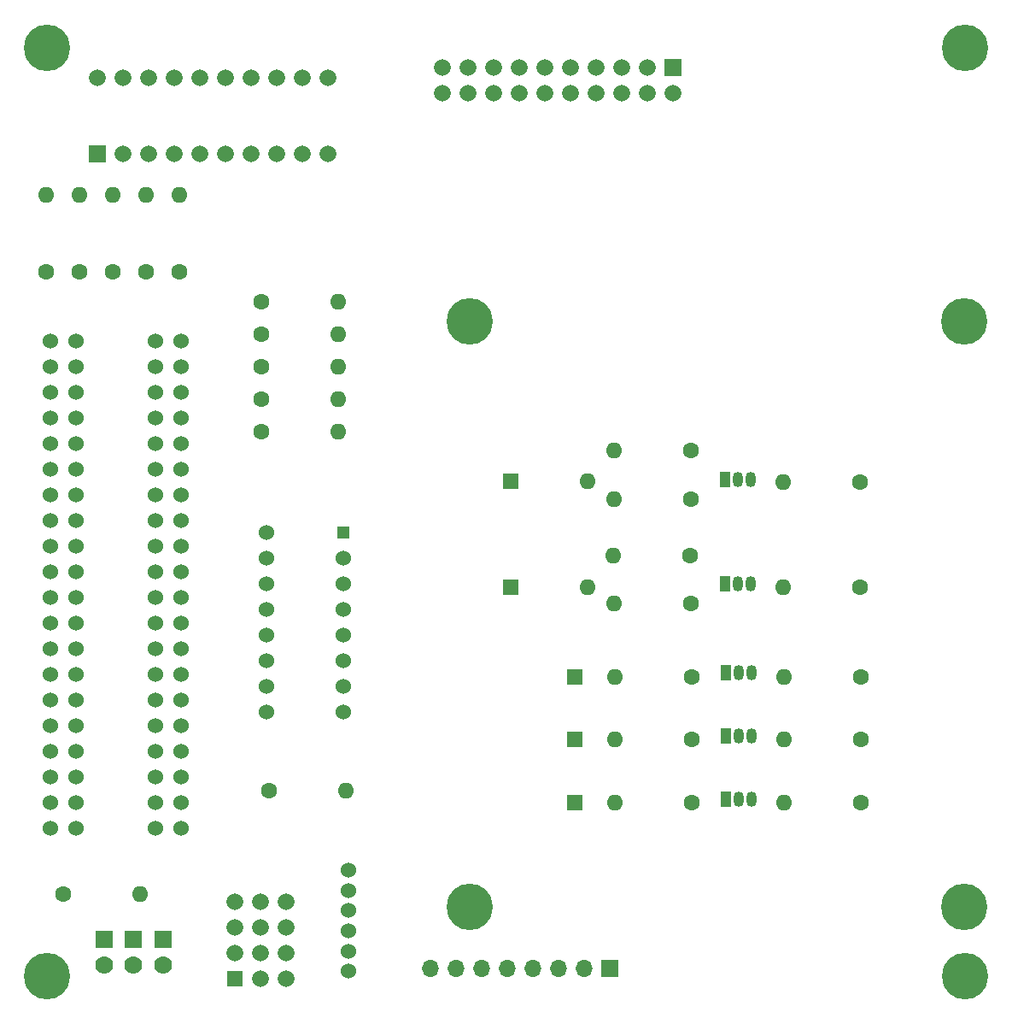
<source format=gts>
G04 #@! TF.GenerationSoftware,KiCad,Pcbnew,(5.1.10-1-10_14)*
G04 #@! TF.CreationDate,2023-03-19T13:08:02-07:00*
G04 #@! TF.ProjectId,Control_Boards,436f6e74-726f-46c5-9f42-6f617264732e,rev?*
G04 #@! TF.SameCoordinates,Original*
G04 #@! TF.FileFunction,Soldermask,Top*
G04 #@! TF.FilePolarity,Negative*
%FSLAX46Y46*%
G04 Gerber Fmt 4.6, Leading zero omitted, Abs format (unit mm)*
G04 Created by KiCad (PCBNEW (5.1.10-1-10_14)) date 2023-03-19 13:08:02*
%MOMM*%
%LPD*%
G01*
G04 APERTURE LIST*
%ADD10C,1.524000*%
%ADD11C,1.670000*%
%ADD12R,1.670000X1.670000*%
%ADD13C,4.600000*%
%ADD14C,1.600000*%
%ADD15O,1.600000X1.600000*%
%ADD16O,1.050000X1.500000*%
%ADD17R,1.050000X1.500000*%
%ADD18C,1.778000*%
%ADD19R,1.778000X1.778000*%
%ADD20R,1.524000X1.524000*%
%ADD21R,1.700000X1.700000*%
%ADD22O,1.700000X1.700000*%
%ADD23R,1.300000X1.300000*%
%ADD24R,1.600000X1.600000*%
G04 APERTURE END LIST*
D10*
X114300000Y-122402600D03*
X111760000Y-122402600D03*
X114300000Y-119862600D03*
X111760000Y-119862600D03*
X114300000Y-117322600D03*
X111760000Y-117322600D03*
X114300000Y-114782600D03*
X111760000Y-114782600D03*
X114300000Y-112242600D03*
X111760000Y-112242600D03*
X114300000Y-109702600D03*
X111760000Y-109702600D03*
X114300000Y-107162600D03*
X111760000Y-107162600D03*
X114300000Y-104622600D03*
X111760000Y-104622600D03*
X114300000Y-102082600D03*
X111760000Y-102082600D03*
X114300000Y-99542600D03*
X111760000Y-99542600D03*
X114300000Y-97002600D03*
X111760000Y-97002600D03*
X114300000Y-94462600D03*
X111760000Y-94462600D03*
X114300000Y-91922600D03*
X111760000Y-91922600D03*
X114300000Y-89382600D03*
X111760000Y-89382600D03*
X114300000Y-86842600D03*
X111760000Y-86842600D03*
X114300000Y-84302600D03*
X111760000Y-84302600D03*
X114300000Y-81762600D03*
X111760000Y-81762600D03*
X114300000Y-79222600D03*
X111760000Y-79222600D03*
X114300000Y-76682600D03*
X111760000Y-76682600D03*
X114300000Y-74142600D03*
X111760000Y-74142600D03*
X103859000Y-122388300D03*
X101319000Y-122388300D03*
X103859000Y-119848300D03*
X101319000Y-119848300D03*
X103859000Y-117308300D03*
X101319000Y-117308300D03*
X103859000Y-114768300D03*
X101319000Y-114768300D03*
X103859000Y-112228300D03*
X101319000Y-112228300D03*
X103859000Y-109688300D03*
X101319000Y-109688300D03*
X103859000Y-107148300D03*
X101319000Y-107148300D03*
X103859000Y-104608300D03*
X101319000Y-104608300D03*
X103859000Y-102068300D03*
X101319000Y-102068300D03*
X103859000Y-99528300D03*
X101319000Y-99528300D03*
X103859000Y-96988300D03*
X101319000Y-96988300D03*
X103859000Y-94448300D03*
X101319000Y-94448300D03*
X103859000Y-91908300D03*
X101319000Y-91908300D03*
X103859000Y-89368300D03*
X101319000Y-89368300D03*
X103859000Y-86828300D03*
X101319000Y-86828300D03*
X103859000Y-84288300D03*
X101319000Y-84288300D03*
X103859000Y-81748300D03*
X101319000Y-81748300D03*
X103859000Y-79208300D03*
X101319000Y-79208300D03*
X103859000Y-76668300D03*
X101319000Y-76668300D03*
X103859000Y-74128300D03*
X101319000Y-74128300D03*
D11*
X105968800Y-48075200D03*
X108508800Y-48075200D03*
X111048800Y-48075200D03*
X113588800Y-48075200D03*
X116128800Y-48075200D03*
X118668800Y-48075200D03*
X121208800Y-48075200D03*
X123748800Y-48075200D03*
X126288800Y-48075200D03*
X128828800Y-48075200D03*
D12*
X105968800Y-55575200D03*
D11*
X108508800Y-55575200D03*
X111048800Y-55575200D03*
X113588800Y-55575200D03*
X116128800Y-55575200D03*
X118668800Y-55575200D03*
X121208800Y-55575200D03*
X123748800Y-55575200D03*
X126288800Y-55575200D03*
X128828800Y-55575200D03*
D13*
X101000600Y-137046400D03*
X192000600Y-137046400D03*
X192000600Y-45046400D03*
X101000600Y-45046400D03*
D14*
X164893083Y-119837200D03*
D15*
X157273083Y-119837200D03*
D14*
X164893083Y-113563400D03*
D15*
X157273083Y-113563400D03*
D14*
X164893083Y-107365800D03*
D15*
X157273083Y-107365800D03*
D14*
X122199400Y-70256400D03*
D15*
X129819400Y-70256400D03*
D14*
X122199400Y-73469500D03*
D15*
X129819400Y-73469500D03*
D14*
X122199400Y-76682600D03*
D15*
X129819400Y-76682600D03*
D14*
X122199400Y-79895700D03*
D15*
X129819400Y-79895700D03*
D14*
X122199400Y-83108800D03*
D15*
X129819400Y-83108800D03*
D14*
X100863400Y-67284600D03*
D15*
X100863400Y-59664600D03*
D14*
X181660800Y-119837200D03*
D15*
X174040800Y-119837200D03*
D14*
X181660800Y-113563400D03*
D15*
X174040800Y-113563400D03*
D14*
X123012200Y-118656100D03*
D15*
X130632200Y-118656100D03*
D16*
X169515883Y-119477200D03*
X170785883Y-119477200D03*
D17*
X168245883Y-119477200D03*
D16*
X169515883Y-113203400D03*
X170785883Y-113203400D03*
D17*
X168245883Y-113203400D03*
D16*
X169515883Y-107005800D03*
X170785883Y-107005800D03*
D17*
X168245883Y-107005800D03*
D18*
X106627600Y-135926500D03*
D19*
X106627600Y-133386500D03*
D18*
X109551599Y-135943901D03*
D19*
X109551599Y-133403901D03*
D18*
X112469600Y-135926500D03*
D19*
X112469600Y-133386500D03*
D12*
X163000600Y-47046400D03*
D11*
X163000600Y-49586400D03*
X160460600Y-47046400D03*
X160460600Y-49586400D03*
X157920600Y-47046400D03*
X157920600Y-49586400D03*
X155380600Y-47046400D03*
X155380600Y-49586400D03*
X152840600Y-47046400D03*
X152840600Y-49586400D03*
X150300600Y-47046400D03*
X150300600Y-49586400D03*
X147760600Y-47046400D03*
X147760600Y-49586400D03*
X145220600Y-47046400D03*
X145220600Y-49586400D03*
X142680600Y-47046400D03*
X142680600Y-49586400D03*
X140140600Y-47046400D03*
X140140600Y-49586400D03*
D10*
X130860800Y-126542800D03*
X130860800Y-128542800D03*
X130860800Y-130542800D03*
X130860800Y-132542800D03*
X130860800Y-134542800D03*
X130860800Y-136542800D03*
D11*
X122110500Y-137248900D03*
D20*
X119570500Y-137248900D03*
D11*
X124650500Y-137248900D03*
X119570500Y-134708900D03*
X122110500Y-134708900D03*
X124650500Y-134708900D03*
X119570500Y-132168900D03*
X122110500Y-132168900D03*
X124650500Y-132168900D03*
X119570500Y-129628900D03*
X122110500Y-129628900D03*
X124650500Y-129628900D03*
D20*
X153314400Y-119837200D03*
X153314400Y-113563400D03*
X153314400Y-107365800D03*
D21*
X156743400Y-136245600D03*
D22*
X154203400Y-136245600D03*
X151663400Y-136245600D03*
X149123400Y-136245600D03*
X146583400Y-136245600D03*
X144043400Y-136245600D03*
X141503400Y-136245600D03*
X138963400Y-136245600D03*
D10*
X122745500Y-110858300D03*
X130365500Y-110858300D03*
X122745500Y-108318300D03*
X130365500Y-108318300D03*
X122745500Y-105778300D03*
X130365500Y-105778300D03*
X122745500Y-103238300D03*
X130365500Y-103238300D03*
X122745500Y-100698300D03*
X130365500Y-100698300D03*
X122745500Y-98158300D03*
X130365500Y-98158300D03*
X122745500Y-95618300D03*
X130365500Y-95618300D03*
X122745500Y-93078300D03*
D23*
X130365500Y-93078300D03*
D14*
X104171750Y-67284600D03*
D15*
X104171750Y-59664600D03*
D14*
X107480100Y-67284600D03*
D15*
X107480100Y-59664600D03*
D14*
X110788450Y-67284600D03*
D15*
X110788450Y-59664600D03*
D14*
X114096800Y-67284600D03*
D15*
X114096800Y-59664600D03*
D14*
X181584600Y-98526600D03*
D15*
X173964600Y-98526600D03*
D14*
X181584600Y-88112600D03*
D15*
X173964600Y-88112600D03*
D13*
X191876800Y-130129400D03*
X142876800Y-130129400D03*
X142876800Y-72129400D03*
X191876800Y-72129400D03*
D24*
X146935283Y-87983099D03*
D15*
X154555283Y-87983099D03*
D24*
X146935283Y-98526600D03*
D15*
X154555283Y-98526600D03*
D16*
X169439683Y-87851699D03*
X170709683Y-87851699D03*
D17*
X168169683Y-87851699D03*
D16*
X169439683Y-98166600D03*
X170709683Y-98166600D03*
D17*
X168169683Y-98166600D03*
D14*
X164816883Y-89738200D03*
D15*
X157196883Y-89738200D03*
D14*
X164816883Y-100121484D03*
D15*
X157196883Y-100121484D03*
D14*
X181660800Y-107365800D03*
D15*
X174040800Y-107365800D03*
D14*
X164769800Y-84988400D03*
D15*
X157149800Y-84988400D03*
D14*
X164693600Y-95326200D03*
D15*
X157073600Y-95326200D03*
D14*
X102539800Y-128879600D03*
D15*
X110159800Y-128879600D03*
M02*

</source>
